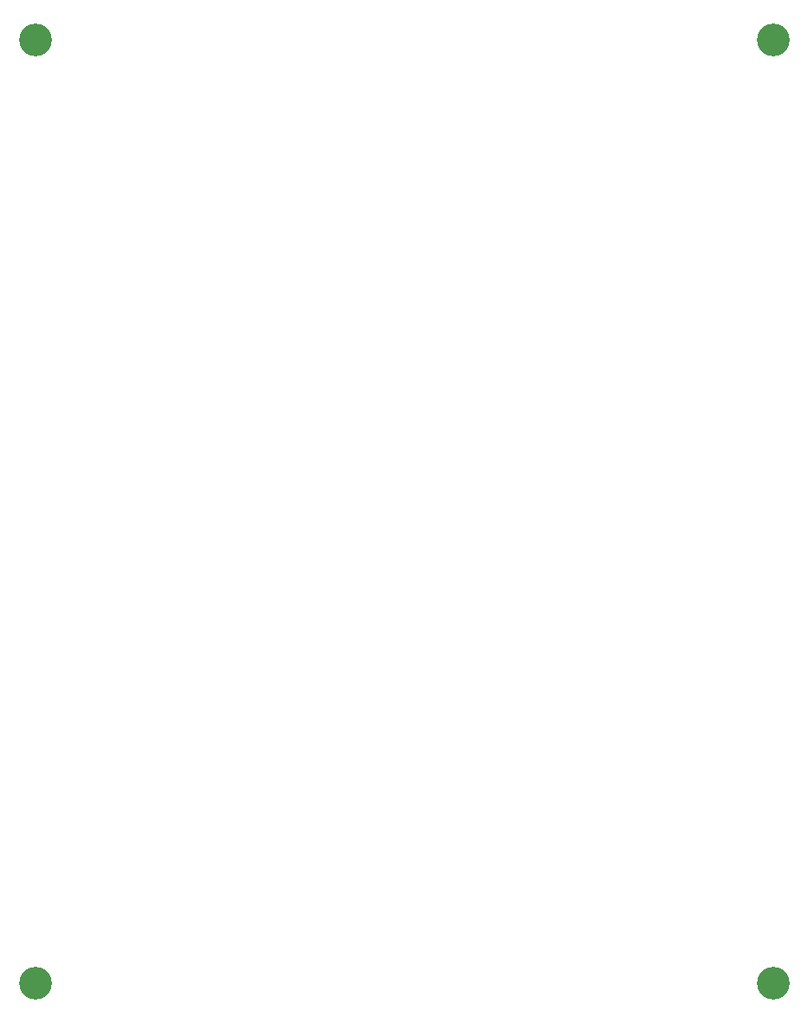
<source format=gbr>
%TF.GenerationSoftware,KiCad,Pcbnew,8.0.6-8.0.6-0~ubuntu22.04.1*%
%TF.CreationDate,2024-12-02T16:14:19+00:00*%
%TF.ProjectId,miniv_motor_controller_board,6d696e69-765f-46d6-9f74-6f725f636f6e,rev?*%
%TF.SameCoordinates,Original*%
%TF.FileFunction,NonPlated,1,2,NPTH,Drill*%
%TF.FilePolarity,Positive*%
%FSLAX46Y46*%
G04 Gerber Fmt 4.6, Leading zero omitted, Abs format (unit mm)*
G04 Created by KiCad (PCBNEW 8.0.6-8.0.6-0~ubuntu22.04.1) date 2024-12-02 16:14:19*
%MOMM*%
%LPD*%
G01*
G04 APERTURE LIST*
%TA.AperFunction,ComponentDrill*%
%ADD10C,3.200000*%
%TD*%
G04 APERTURE END LIST*
D10*
%TO.C,H2*%
X46000000Y-54000000D03*
%TO.C,H1*%
X46000000Y-146000000D03*
%TO.C,H3*%
X118000000Y-54000000D03*
%TO.C,H4*%
X118000000Y-146000000D03*
M02*

</source>
